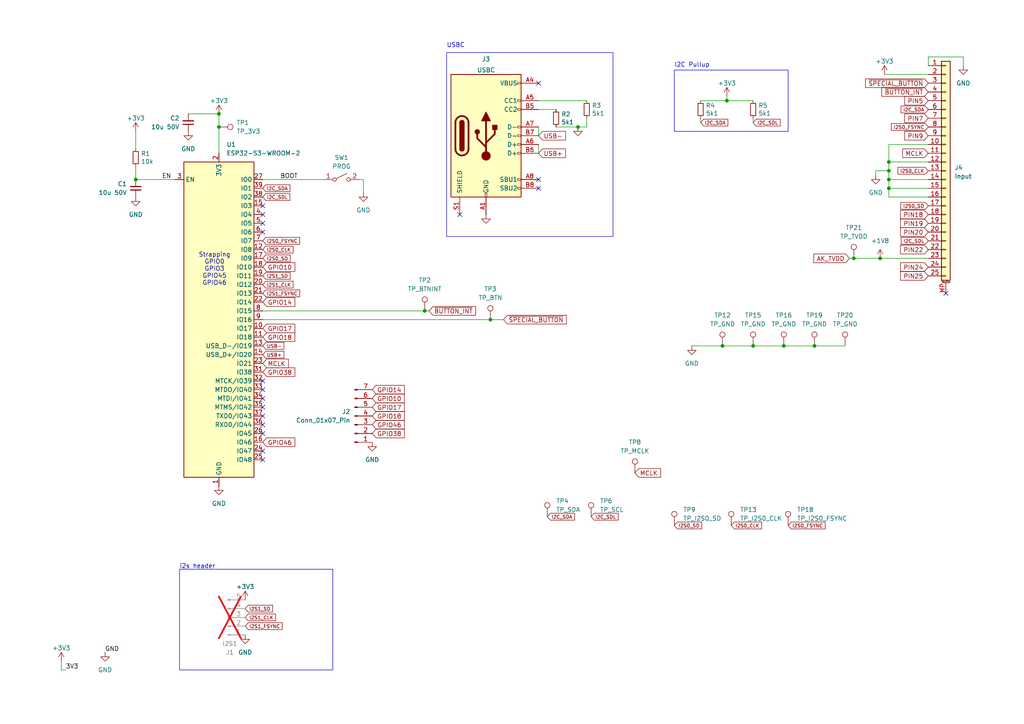
<source format=kicad_sch>
(kicad_sch (version 20231120) (generator "eeschema") (generator_version "8.0")
  (paper "A4")
  (lib_symbols
    (symbol "Connector:Conn_01x05_Pin" (pin_names (offset 1.016) hide)
      (property "Reference" "J" (at 0 7.62 0))
      (property "Value" "Conn_01x05_Pin" (at 0 -7.62 0))
      (symbol "Conn_01x05_Pin_1_1"
        (polyline (pts (xy 1.27 -5.08) (xy 0.8636 -5.08)) (stroke (width 0.1524)))
        (polyline (pts (xy 1.27 -2.54) (xy 0.8636 -2.54)) (stroke (width 0.1524)))
        (polyline (pts (xy 1.27 0) (xy 0.8636 0)) (stroke (width 0.1524)))
        (polyline (pts (xy 1.27 2.54) (xy 0.8636 2.54)) (stroke (width 0.1524)))
        (polyline (pts (xy 1.27 5.08) (xy 0.8636 5.08)) (stroke (width 0.1524)))
        (rectangle (start 0.8636 -4.953) (end 0 -5.207) (stroke (width 0.1524)) (fill (type outline)))
        (rectangle (start 0.8636 -2.413) (end 0 -2.667) (stroke (width 0.1524)) (fill (type outline)))
        (rectangle (start 0.8636 0.127) (end 0 -0.127) (stroke (width 0.1524)) (fill (type outline)))
        (rectangle (start 0.8636 2.667) (end 0 2.413) (stroke (width 0.1524)) (fill (type outline)))
        (rectangle (start 0.8636 5.207) (end 0 4.953) (stroke (width 0.1524)) (fill (type outline)))
        (pin passive line (at 5.08 5.08 180) (length 3.81) (name "Pin_1") (number "1"))
        (pin passive line (at 5.08 2.54 180) (length 3.81) (name "Pin_2") (number "2"))
        (pin passive line (at 5.08 0 180) (length 3.81) (name "Pin_3") (number "3"))
        (pin passive line (at 5.08 -2.54 180) (length 3.81) (name "Pin_4") (number "4"))
        (pin passive line (at 5.08 -5.08 180) (length 3.81) (name "Pin_5") (number "5"))
      )
    )
    (symbol "Connector:Conn_01x07_Pin" (pin_names (offset 1.016) hide)
      (property "Reference" "J" (at 0 10.16 0))
      (property "Value" "Conn_01x07_Pin" (at 0 -10.16 0))
      (symbol "Conn_01x07_Pin_1_1"
        (polyline (pts (xy 1.27 -7.62) (xy 0.8636 -7.62)) (stroke (width 0.1524)))
        (polyline (pts (xy 1.27 -5.08) (xy 0.8636 -5.08)) (stroke (width 0.1524)))
        (polyline (pts (xy 1.27 -2.54) (xy 0.8636 -2.54)) (stroke (width 0.1524)))
        (polyline (pts (xy 1.27 0) (xy 0.8636 0)) (stroke (width 0.1524)))
        (polyline (pts (xy 1.27 2.54) (xy 0.8636 2.54)) (stroke (width 0.1524)))
        (polyline (pts (xy 1.27 5.08) (xy 0.8636 5.08)) (stroke (width 0.1524)))
        (polyline (pts (xy 1.27 7.62) (xy 0.8636 7.62)) (stroke (width 0.1524)))
        (rectangle (start 0.8636 -7.493) (end 0 -7.747) (stroke (width 0.1524)) (fill (type outline)))
        (rectangle (start 0.8636 -4.953) (end 0 -5.207) (stroke (width 0.1524)) (fill (type outline)))
        (rectangle (start 0.8636 -2.413) (end 0 -2.667) (stroke (width 0.1524)) (fill (type outline)))
        (rectangle (start 0.8636 0.127) (end 0 -0.127) (stroke (width 0.1524)) (fill (type outline)))
        (rectangle (start 0.8636 2.667) (end 0 2.413) (stroke (width 0.1524)) (fill (type outline)))
        (rectangle (start 0.8636 5.207) (end 0 4.953) (stroke (width 0.1524)) (fill (type outline)))
        (rectangle (start 0.8636 7.747) (end 0 7.493) (stroke (width 0.1524)) (fill (type outline)))
        (pin passive line (at 5.08 7.62 180) (length 3.81) (name "Pin_1") (number "1"))
        (pin passive line (at 5.08 5.08 180) (length 3.81) (name "Pin_2") (number "2"))
        (pin passive line (at 5.08 2.54 180) (length 3.81) (name "Pin_3") (number "3"))
        (pin passive line (at 5.08 0 180) (length 3.81) (name "Pin_4") (number "4"))
        (pin passive line (at 5.08 -2.54 180) (length 3.81) (name "Pin_5") (number "5"))
        (pin passive line (at 5.08 -5.08 180) (length 3.81) (name "Pin_6") (number "6"))
        (pin passive line (at 5.08 -7.62 180) (length 3.81) (name "Pin_7") (number "7"))
      )
    )
    (symbol "Connector:TestPoint" (pin_numbers hide) (pin_names (offset 0.762) hide)
      (property "Reference" "TP" (at 0 6.858 0))
      (property "Value" "TestPoint" (at 0 5.08 0))
      (symbol "TestPoint_0_1"
        (circle (center 0 3.302) (radius 0.762))
      )
      (symbol "TestPoint_1_1"
        (pin passive line (at 0 0 90) (length 2.54) (name "1") (number "1"))
      )
    )
    (symbol "Connector:USB_C_Receptacle_USB2.0" (pin_names (offset 1.016))
      (property "Reference" "J" (at -10.16 19.05 0))
      (property "Value" "USB_C_Receptacle_USB2.0" (at 19.05 19.05 0))
      (symbol "USB_C_Receptacle_USB2.0_0_0"
        (rectangle (start -0.254 -17.78) (end 0.254 -16.764))
        (rectangle (start 10.16 -14.986) (end 9.144 -15.494))
        (rectangle (start 10.16 -12.446) (end 9.144 -12.954))
        (rectangle (start 10.16 -4.826) (end 9.144 -5.334))
        (rectangle (start 10.16 -2.286) (end 9.144 -2.794))
        (rectangle (start 10.16 0.254) (end 9.144 -0.254))
        (rectangle (start 10.16 2.794) (end 9.144 2.286))
        (rectangle (start 10.16 7.874) (end 9.144 7.366))
        (rectangle (start 10.16 10.414) (end 9.144 9.906))
        (rectangle (start 10.16 15.494) (end 9.144 14.986))
      )
      (symbol "USB_C_Receptacle_USB2.0_0_1"
        (rectangle (start -10.16 17.78) (end 10.16 -17.78) (stroke (width 0.254)) (fill (type background)))
        (arc (start -8.89 -3.81) (mid -6.985 -5.7067) (end -5.08 -3.81) (stroke (width 0.508)))
        (arc (start -7.62 -3.81) (mid -6.985 -4.4423) (end -6.35 -3.81) (stroke (width 0.254)))
        (arc (start -7.62 -3.81) (mid -6.985 -4.4423) (end -6.35 -3.81) (stroke (width 0.254)) (fill (type outline)))
        (rectangle (start -7.62 -3.81) (end -6.35 3.81) (stroke (width 0.254)) (fill (type outline)))
        (arc (start -6.35 3.81) (mid -6.985 4.4423) (end -7.62 3.81) (stroke (width 0.254)))
        (arc (start -6.35 3.81) (mid -6.985 4.4423) (end -7.62 3.81) (stroke (width 0.254)) (fill (type outline)))
        (arc (start -5.08 3.81) (mid -6.985 5.7067) (end -8.89 3.81) (stroke (width 0.508)))
        (circle (center -2.54 1.143) (radius 0.635) (stroke (width 0.254)) (fill (type outline)))
        (circle (center 0 -5.842) (radius 1.27) (fill (type outline)))
        (polyline (pts (xy -8.89 -3.81) (xy -8.89 3.81)) (stroke (width 0.508)))
        (polyline (pts (xy -5.08 3.81) (xy -5.08 -3.81)) (stroke (width 0.508)))
        (polyline (pts (xy 0 -5.842) (xy 0 4.318)) (stroke (width 0.508)))
        (polyline (pts (xy 0 -3.302) (xy -2.54 -0.762) (xy -2.54 0.508)) (stroke (width 0.508)))
        (polyline (pts (xy 0 -2.032) (xy 2.54 0.508) (xy 2.54 1.778)) (stroke (width 0.508)))
        (polyline (pts (xy -1.27 4.318) (xy 0 6.858) (xy 1.27 4.318) (xy -1.27 4.318)) (stroke (width 0.254)) (fill (type outline)))
        (rectangle (start 1.905 1.778) (end 3.175 3.048) (stroke (width 0.254)) (fill (type outline)))
      )
      (symbol "USB_C_Receptacle_USB2.0_1_1"
        (pin passive line (at 0 -22.86 90) (length 5.08) (name "GND") (number "A1"))
        (pin passive line (at 0 -22.86 90) (length 5.08) hide (name "GND") (number "A12"))
        (pin passive line (at 15.24 15.24 180) (length 5.08) (name "VBUS") (number "A4"))
        (pin bidirectional line (at 15.24 10.16 180) (length 5.08) (name "CC1") (number "A5"))
        (pin bidirectional line (at 15.24 -2.54 180) (length 5.08) (name "D+") (number "A6"))
        (pin bidirectional line (at 15.24 2.54 180) (length 5.08) (name "D-") (number "A7"))
        (pin bidirectional line (at 15.24 -12.7 180) (length 5.08) (name "SBU1") (number "A8"))
        (pin passive line (at 15.24 15.24 180) (length 5.08) hide (name "VBUS") (number "A9"))
        (pin passive line (at 0 -22.86 90) (length 5.08) hide (name "GND") (number "B1"))
        (pin passive line (at 0 -22.86 90) (length 5.08) hide (name "GND") (number "B12"))
        (pin passive line (at 15.24 15.24 180) (length 5.08) hide (name "VBUS") (number "B4"))
        (pin bidirectional line (at 15.24 7.62 180) (length 5.08) (name "CC2") (number "B5"))
        (pin bidirectional line (at 15.24 -5.08 180) (length 5.08) (name "D+") (number "B6"))
        (pin bidirectional line (at 15.24 0 180) (length 5.08) (name "D-") (number "B7"))
        (pin bidirectional line (at 15.24 -15.24 180) (length 5.08) (name "SBU2") (number "B8"))
        (pin passive line (at 15.24 15.24 180) (length 5.08) hide (name "VBUS") (number "B9"))
        (pin passive line (at -7.62 -22.86 90) (length 5.08) (name "SHIELD") (number "S1"))
      )
    )
    (symbol "Connector_Generic_MountingPin:Conn_01x25_MountingPin" (pin_names (offset 1.016) hide)
      (property "Reference" "J" (at 0 33.02 0))
      (property "Value" "Conn_01x25_MountingPin" (at 1.27 -33.02 0))
      (symbol "Conn_01x25_MountingPin_1_1"
        (rectangle (start -1.27 -30.353) (end 0 -30.607) (stroke (width 0.1524)))
        (rectangle (start -1.27 -27.813) (end 0 -28.067) (stroke (width 0.1524)))
        (rectangle (start -1.27 -25.273) (end 0 -25.527) (stroke (width 0.1524)))
        (rectangle (start -1.27 -22.733) (end 0 -22.987) (stroke (width 0.1524)))
        (rectangle (start -1.27 -20.193) (end 0 -20.447) (stroke (width 0.1524)))
        (rectangle (start -1.27 -17.653) (end 0 -17.907) (stroke (width 0.1524)))
        (rectangle (start -1.27 -15.113) (end 0 -15.367) (stroke (width 0.1524)))
        (rectangle (start -1.27 -12.573) (end 0 -12.827) (stroke (width 0.1524)))
        (rectangle (start -1.27 -10.033) (end 0 -10.287) (stroke (width 0.1524)))
        (rectangle (start -1.27 -7.493) (end 0 -7.747) (stroke (width 0.1524)))
        (rectangle (start -1.27 -4.953) (end 0 -5.207) (stroke (width 0.1524)))
        (rectangle (start -1.27 -2.413) (end 0 -2.667) (stroke (width 0.1524)))
        (rectangle (start -1.27 0.127) (end 0 -0.127) (stroke (width 0.1524)))
        (rectangle (start -1.27 2.667) (end 0 2.413) (stroke (width 0.1524)))
        (rectangle (start -1.27 5.207) (end 0 4.953) (stroke (width 0.1524)))
        (rectangle (start -1.27 7.747) (end 0 7.493) (stroke (width 0.1524)))
        (rectangle (start -1.27 10.287) (end 0 10.033) (stroke (width 0.1524)))
        (rectangle (start -1.27 12.827) (end 0 12.573) (stroke (width 0.1524)))
        (rectangle (start -1.27 15.367) (end 0 15.113) (stroke (width 0.1524)))
        (rectangle (start -1.27 17.907) (end 0 17.653) (stroke (width 0.1524)))
        (rectangle (start -1.27 20.447) (end 0 20.193) (stroke (width 0.1524)))
        (rectangle (start -1.27 22.987) (end 0 22.733) (stroke (width 0.1524)))
        (rectangle (start -1.27 25.527) (end 0 25.273) (stroke (width 0.1524)))
        (rectangle (start -1.27 28.067) (end 0 27.813) (stroke (width 0.1524)))
        (rectangle (start -1.27 30.607) (end 0 30.353) (stroke (width 0.1524)))
        (rectangle (start -1.27 31.75) (end 1.27 -31.75) (stroke (width 0.254)) (fill (type background)))
        (polyline (pts (xy -1.016 -32.512) (xy 1.016 -32.512)) (stroke (width 0.1524)))
        (text "Mounting" (at 0 -32.131 0) (effects (font (size 0.381 0.381))))
        (pin passive line (at -5.08 30.48 0) (length 3.81) (name "Pin_1") (number "1"))
        (pin passive line (at -5.08 7.62 0) (length 3.81) (name "Pin_10") (number "10"))
        (pin passive line (at -5.08 5.08 0) (length 3.81) (name "Pin_11") (number "11"))
        (pin passive line (at -5.08 2.54 0) (length 3.81) (name "Pin_12") (number "12"))
        (pin passive line (at -5.08 0 0) (length 3.81) (name "Pin_13") (number "13"))
        (pin passive line (at -5.08 -2.54 0) (length 3.81) (name "Pin_14") (number "14"))
        (pin passive line (at -5.08 -5.08 0) (length 3.81) (name "Pin_15") (number "15"))
        (pin passive line (at -5.08 -7.62 0) (length 3.81) (name "Pin_16") (number "16"))
        (pin passive line (at -5.08 -10.16 0) (length 3.81) (name "Pin_17") (number "17"))
        (pin passive line (at -5.08 -12.7 0) (length 3.81) (name "Pin_18") (number "18"))
        (pin passive line (at -5.08 -15.24 0) (length 3.81) (name "Pin_19") (number "19"))
        (pin passive line (at -5.08 27.94 0) (length 3.81) (name "Pin_2") (number "2"))
        (pin passive line (at -5.08 -17.78 0) (length 3.81) (name "Pin_20") (number "20"))
        (pin passive line (at -5.08 -20.32 0) (length 3.81) (name "Pin_21") (number "21"))
        (pin passive line (at -5.08 -22.86 0) (length 3.81) (name "Pin_22") (number "22"))
        (pin passive line (at -5.08 -25.4 0) (length 3.81) (name "Pin_23") (number "23"))
        (pin passive line (at -5.08 -27.94 0) (length 3.81) (name "Pin_24") (number "24"))
        (pin passive line (at -5.08 -30.48 0) (length 3.81) (name "Pin_25") (number "25"))
        (pin passive line (at -5.08 25.4 0) (length 3.81) (name "Pin_3") (number "3"))
        (pin passive line (at -5.08 22.86 0) (length 3.81) (name "Pin_4") (number "4"))
        (pin passive line (at -5.08 20.32 0) (length 3.81) (name "Pin_5") (number "5"))
        (pin passive line (at -5.08 17.78 0) (length 3.81) (name "Pin_6") (number "6"))
        (pin passive line (at -5.08 15.24 0) (length 3.81) (name "Pin_7") (number "7"))
        (pin passive line (at -5.08 12.7 0) (length 3.81) (name "Pin_8") (number "8"))
        (pin passive line (at -5.08 10.16 0) (length 3.81) (name "Pin_9") (number "9"))
        (pin passive line (at 0 -35.56 90) (length 3.048) (name "MountPin") (number "MP"))
      )
    )
    (symbol "Device:C_Small" (pin_numbers hide) (pin_names (offset 0.254) hide)
      (property "Reference" "C" (at 0.254 1.778 0))
      (property "Value" "C_Small" (at 0.254 -2.032 0))
      (symbol "C_Small_0_1"
        (polyline (pts (xy -1.524 -0.508) (xy 1.524 -0.508)) (stroke (width 0.3302)))
        (polyline (pts (xy -1.524 0.508) (xy 1.524 0.508)) (stroke (width 0.3048)))
      )
      (symbol "C_Small_1_1"
        (pin passive line (at 0 2.54 270) (length 2.032) (name "~") (number "1"))
        (pin passive line (at 0 -2.54 90) (length 2.032) (name "~") (number "2"))
      )
    )
    (symbol "Device:R_Small" (pin_numbers hide) (pin_names (offset 0.254) hide)
      (property "Reference" "R" (at 0.762 0.508 0))
      (property "Value" "R_Small" (at 0.762 -1.016 0))
      (symbol "R_Small_0_1"
        (rectangle (start -0.762 1.778) (end 0.762 -1.778) (stroke (width 0.2032)))
      )
      (symbol "R_Small_1_1"
        (pin passive line (at 0 2.54 270) (length 0.762) (name "~") (number "1"))
        (pin passive line (at 0 -2.54 90) (length 0.762) (name "~") (number "2"))
      )
    )
    (symbol "GND_1" (power) (pin_names (offset 0))
      (property "Value" "GND_1" (at 0 -3.81 0))
      (symbol "GND_1_0_1"
        (polyline (pts (xy 0 0) (xy 0 -1.27) (xy 1.27 -1.27) (xy 0 -2.54) (xy -1.27 -1.27) (xy 0 -1.27)))
      )
      (symbol "GND_1_1_1"
        (pin power_in line (at 0 0 270) (length 0) hide (name "GND") (number "1"))
      )
    )
    (symbol "RF_Module:ESP32-S3-WROOM-2"
      (property "Reference" "U" (at -10.16 45.72 0))
      (property "Value" "ESP32-S3-WROOM-2" (at 2.54 45.72 0))
      (symbol "ESP32-S3-WROOM-2_0_1"
        (rectangle (start -10.16 45.72) (end 10.16 -45.72) (stroke (width 0.254)) (fill (type background)))
      )
      (symbol "ESP32-S3-WROOM-2_1_1"
        (pin power_in line (at 0 -48.26 90) (length 2.54) (name "GND") (number "1"))
        (pin bidirectional line (at 12.7 -2.54 180) (length 2.54) (name "IO17") (number "10"))
        (pin bidirectional line (at 12.7 -5.08 180) (length 2.54) (name "IO18") (number "11"))
        (pin bidirectional line (at 12.7 20.32 180) (length 2.54) (name "IO8") (number "12"))
        (pin bidirectional line (at 12.7 -7.62 180) (length 2.54) (name "USB_D-/IO19") (number "13"))
        (pin bidirectional line (at 12.7 -10.16 180) (length 2.54) (name "USB_D+/IO20") (number "14"))
        (pin bidirectional line (at 12.7 33.02 180) (length 2.54) (name "IO3") (number "15"))
        (pin bidirectional line (at 12.7 -35.56 180) (length 2.54) (name "IO46") (number "16"))
        (pin bidirectional line (at 12.7 17.78 180) (length 2.54) (name "IO9") (number "17"))
        (pin bidirectional line (at 12.7 15.24 180) (length 2.54) (name "IO10") (number "18"))
        (pin bidirectional line (at 12.7 12.7 180) (length 2.54) (name "IO11") (number "19"))
        (pin power_in line (at 0 48.26 270) (length 2.54) (name "3V3") (number "2"))
        (pin bidirectional line (at 12.7 10.16 180) (length 2.54) (name "IO12") (number "20"))
        (pin bidirectional line (at 12.7 7.62 180) (length 2.54) (name "IO13") (number "21"))
        (pin bidirectional line (at 12.7 5.08 180) (length 2.54) (name "IO14") (number "22"))
        (pin bidirectional line (at 12.7 -12.7 180) (length 2.54) (name "IO21") (number "23"))
        (pin bidirectional line (at 12.7 -38.1 180) (length 2.54) (name "IO47") (number "24"))
        (pin bidirectional line (at 12.7 -40.64 180) (length 2.54) (name "IO48") (number "25"))
        (pin bidirectional line (at 12.7 -33.02 180) (length 2.54) (name "IO45") (number "26"))
        (pin bidirectional line (at 12.7 40.64 180) (length 2.54) (name "IO0") (number "27"))
        (pin no_connect line (at -10.16 -35.56 0) (length 2.54) hide (name "NC") (number "28"))
        (pin no_connect line (at -10.16 -38.1 0) (length 2.54) hide (name "NC") (number "29"))
        (pin input line (at -12.7 40.64 0) (length 2.54) (name "EN") (number "3"))
        (pin no_connect line (at -10.16 -40.64 0) (length 2.54) hide (name "NC") (number "30"))
        (pin bidirectional line (at 12.7 -15.24 180) (length 2.54) (name "IO38") (number "31"))
        (pin bidirectional line (at 12.7 -17.78 180) (length 2.54) (name "MTCK/IO39") (number "32"))
        (pin bidirectional line (at 12.7 -20.32 180) (length 2.54) (name "MTDO/IO40") (number "33"))
        (pin bidirectional line (at 12.7 -22.86 180) (length 2.54) (name "MTDI/IO41") (number "34"))
        (pin bidirectional line (at 12.7 -25.4 180) (length 2.54) (name "MTMS/IO42") (number "35"))
        (pin bidirectional line (at 12.7 -30.48 180) (length 2.54) (name "RXD0/IO44") (number "36"))
        (pin bidirectional line (at 12.7 -27.94 180) (length 2.54) (name "TXD0/IO43") (number "37"))
        (pin bidirectional line (at 12.7 35.56 180) (length 2.54) (name "IO2") (number "38"))
        (pin bidirectional line (at 12.7 38.1 180) (length 2.54) (name "IO1") (number "39"))
        (pin bidirectional line (at 12.7 30.48 180) (length 2.54) (name "IO4") (number "4"))
        (pin passive line (at 0 -48.26 90) (length 2.54) hide (name "GND") (number "40"))
        (pin passive line (at 0 -48.26 90) (length 2.54) hide (name "GND") (number "41"))
        (pin bidirectional line (at 12.7 27.94 180) (length 2.54) (name "IO5") (number "5"))
        (pin bidirectional line (at 12.7 25.4 180) (length 2.54) (name "IO6") (number "6"))
        (pin bidirectional line (at 12.7 22.86 180) (length 2.54) (name "IO7") (number "7"))
        (pin bidirectional line (at 12.7 2.54 180) (length 2.54) (name "IO15") (number "8"))
        (pin bidirectional line (at 12.7 0 180) (length 2.54) (name "IO16") (number "9"))
      )
    )
    (symbol "Switch:SW_SPST" (pin_names (offset 0) hide)
      (property "Reference" "SW" (at 0 3.175 0))
      (property "Value" "SW_SPST" (at 0 -2.54 0))
      (symbol "SW_SPST_0_0"
        (circle (center -2.032 0) (radius 0.508))
        (polyline (pts (xy -1.524 0.254) (xy 1.524 1.778)))
        (circle (center 2.032 0) (radius 0.508))
      )
      (symbol "SW_SPST_1_1"
        (pin passive line (at -5.08 0 0) (length 2.54) (name "A") (number "1"))
        (pin passive line (at 5.08 0 180) (length 2.54) (name "B") (number "2"))
      )
    )
    (symbol "power:+1V8" (power) (pin_numbers hide) (pin_names (offset 0) hide)
      (property "Value" "+1V8" (at 0 3.556 0))
      (symbol "+1V8_0_1"
        (polyline (pts (xy -0.762 1.27) (xy 0 2.54)))
        (polyline (pts (xy 0 0) (xy 0 2.54)))
        (polyline (pts (xy 0 2.54) (xy 0.762 1.27)))
      )
      (symbol "+1V8_1_1"
        (pin power_in line (at 0 0 90) (length 0) (name "~") (number "1"))
      )
    )
    (symbol "power:+3V3" (power) (pin_names (offset 0))
      (property "Value" "+3V3" (at 0 3.556 0))
      (symbol "+3V3_0_1"
        (polyline (pts (xy -0.762 1.27) (xy 0 2.54)))
        (polyline (pts (xy 0 0) (xy 0 2.54)))
        (polyline (pts (xy 0 2.54) (xy 0.762 1.27)))
      )
      (symbol "+3V3_1_1"
        (pin power_in line (at 0 0 90) (length 0) hide (name "+3V3") (number "1"))
      )
    )
    (symbol "power:GND" (power) (pin_numbers hide) (pin_names (offset 0) hide)
      (property "Value" "GND" (at 0 -3.81 0))
      (symbol "GND_0_1"
        (polyline (pts (xy 0 0) (xy 0 -1.27) (xy 1.27 -1.27) (xy 0 -2.54) (xy -1.27 -1.27) (xy 0 -1.27)))
      )
      (symbol "GND_1_1"
        (pin power_in line (at 0 0 270) (length 0) (name "~") (number "1"))
      )
    )
  )
  (junction (at 210.82 29.21))
  (junction (at 257.81 46.99))
  (junction (at 218.44 100.33))
  (junction (at 39.37 52.07))
  (junction (at 63.5 36.83))
  (junction (at 167.64 36.83))
  (junction (at 63.5 33.02))
  (junction (at 236.22 100.33))
  (junction (at 227.33 100.33))
  (junction (at 142.24 92.71))
  (junction (at 257.81 54.61))
  (junction (at 257.81 52.07))
  (junction (at 123.19 90.17))
  (junction (at 257.81 49.53))
  (junction (at 247.65 74.93))
  (junction (at 255.27 74.93))
  (junction (at 209.55 100.33))
  (no_connect (at 274.32 85.09))
  (no_connect (at 76.2 110.49))
  (no_connect (at 76.2 67.31))
  (no_connect (at 76.2 118.11))
  (no_connect (at 76.2 133.35))
  (no_connect (at 76.2 120.65))
  (no_connect (at 76.2 59.69))
  (no_connect (at 156.21 24.13))
  (no_connect (at 133.35 62.23))
  (no_connect (at 76.2 123.19))
  (no_connect (at 156.21 52.07))
  (no_connect (at 76.2 130.81))
  (no_connect (at 76.2 62.23))
  (no_connect (at 76.2 115.57))
  (no_connect (at 76.2 64.77))
  (no_connect (at 156.21 54.61))
  (no_connect (at 76.2 113.03))
  (no_connect (at 76.2 125.73))
  (wire (pts (xy 218.44 29.21) (xy 210.82 29.21)))
  (wire (pts (xy 167.64 36.83) (xy 170.18 36.83)))
  (wire (pts (xy 156.21 31.75) (xy 161.29 31.75)))
  (wire (pts (xy 257.81 52.07) (xy 257.81 54.61)))
  (wire (pts (xy 279.4 16.51) (xy 279.4 19.05)))
  (wire (pts (xy 209.55 100.33) (xy 218.44 100.33)))
  (wire (pts (xy 257.81 54.61) (xy 269.24 54.61)))
  (wire (pts (xy 161.29 36.83) (xy 167.64 36.83)))
  (wire (pts (xy 39.37 52.07) (xy 50.8 52.07)))
  (wire (pts (xy 257.81 41.91) (xy 257.81 46.99)))
  (wire (pts (xy 146.05 92.71) (xy 142.24 92.71)))
  (wire (pts (xy 218.44 100.33) (xy 227.33 100.33)))
  (wire (pts (xy 17.78 191.77) (xy 17.78 194.31)))
  (wire (pts (xy 257.81 57.15) (xy 269.24 57.15)))
  (wire (pts (xy 257.81 46.99) (xy 269.24 46.99)))
  (wire (pts (xy 63.5 36.83) (xy 63.5 44.45)))
  (wire (pts (xy 247.65 74.93) (xy 255.27 74.93)))
  (wire (pts (xy 218.44 35.56) (xy 218.44 34.29)))
  (wire (pts (xy 104.14 52.07) (xy 105.41 52.07)))
  (wire (pts (xy 105.41 52.07) (xy 105.41 55.88)))
  (wire (pts (xy 256.54 21.59) (xy 269.24 21.59)))
  (wire (pts (xy 210.82 29.21) (xy 210.82 27.94)))
  (wire (pts (xy 39.37 48.26) (xy 39.37 52.07)))
  (wire (pts (xy 156.21 29.21) (xy 170.18 29.21)))
  (wire (pts (xy 63.5 33.02) (xy 54.61 33.02)))
  (wire (pts (xy 124.46 90.17) (xy 123.19 90.17)))
  (wire (pts (xy 269.24 16.51) (xy 279.4 16.51)))
  (wire (pts (xy 246.38 74.93) (xy 247.65 74.93)))
  (wire (pts (xy 257.81 49.53) (xy 257.81 52.07)))
  (wire (pts (xy 254 49.53) (xy 257.81 49.53)))
  (wire (pts (xy 236.22 100.33) (xy 245.11 100.33)))
  (wire (pts (xy 257.81 46.99) (xy 257.81 49.53)))
  (wire (pts (xy 255.27 74.93) (xy 269.24 74.93)))
  (wire (pts (xy 156.21 36.83) (xy 156.21 39.37)))
  (wire (pts (xy 203.2 35.56) (xy 203.2 34.29)))
  (wire (pts (xy 257.81 54.61) (xy 257.81 57.15)))
  (wire (pts (xy 203.2 29.21) (xy 210.82 29.21)))
  (wire (pts (xy 170.18 36.83) (xy 170.18 34.29)))
  (wire (pts (xy 76.2 92.71) (xy 142.24 92.71)))
  (wire (pts (xy 257.81 52.07) (xy 269.24 52.07)))
  (wire (pts (xy 200.66 100.33) (xy 209.55 100.33)))
  (wire (pts (xy 156.21 41.91) (xy 156.21 44.45)))
  (wire (pts (xy 76.2 90.17) (xy 123.19 90.17)))
  (wire (pts (xy 17.78 194.31) (xy 19.05 194.31)))
  (wire (pts (xy 63.5 33.02) (xy 63.5 36.83)))
  (wire (pts (xy 269.24 19.05) (xy 269.24 16.51)))
  (wire (pts (xy 39.37 38.1) (xy 39.37 43.18)))
  (wire (pts (xy 76.2 52.07) (xy 93.98 52.07)))
  (wire (pts (xy 227.33 100.33) (xy 236.22 100.33)))
  (wire (pts (xy 254 50.8) (xy 254 49.53)))
  (wire (pts (xy 269.24 41.91) (xy 257.81 41.91)))
  (rectangle (start 129.54 15.24) (end 177.8 68.58))
  (rectangle (start 195.58 20.32) (end 228.6 38.1))
  (rectangle (start 52.07 165.1) (end 96.52 194.31))
  (text "Strapping\nGPIO0\nGPIO3\nGPIO45\nGPIO46" (at 62.23 78.105 0) (effects (font (size 1.27 1.27))))
  (text "i2s header" (at 52.07 165.1 0) (effects (font (size 1.27 1.27)) (justify left bottom)))
  (text "USBC" (at 129.54 13.97 0) (effects (font (size 1.27 1.27)) (justify left bottom)))
  (text "I2C Pullup" (at 195.58 19.685 0) (effects (font (size 1.27 1.27)) (justify left bottom)))
  (label "EN" (at 46.99 52.07 0))
  (label "GND" (at 30.48 189.23 0))
  (label "BOOT" (at 81.28 52.07 0))
  (label "3V3" (at 19.05 194.31 0))
  (global_label "I2S1_FSYNC" (shape input) (at 71.12 181.61 0) (effects (font (size 1 1))) (property "Intersheetrefs" "${INTERSHEET_REFS}" (effects (hide yes))))
  (global_label "AK_TVDD" (shape input) (at 246.38 74.93 180) (property "Intersheetrefs" "${INTERSHEET_REFS}" (effects (hide yes))))
  (global_label "MCLK" (shape input) (at 76.2 105.41 0) (property "Intersheetrefs" "${INTERSHEET_REFS}" (effects (hide yes))))
  (global_label "USB+" (shape input) (at 156.21 44.45 0) (property "Intersheetrefs" "${INTERSHEET_REFS}" (effects (hide yes))))
  (global_label "PIN9" (shape input) (at 269.24 39.37 180) (property "Intersheetrefs" "${INTERSHEET_REFS}" (effects (hide yes))))
  (global_label "GPIO17" (shape input) (at 107.95 118.11 0) (property "Intersheetrefs" "${INTERSHEET_REFS}" (effects (hide yes))))
  (global_label "I2S0_FSYNC" (shape input) (at 228.6 152.4 0) (effects (font (size 1 1))) (property "Intersheetrefs" "${INTERSHEET_REFS}" (effects (hide yes))))
  (global_label "USB-" (shape input) (at 76.2 100.33 0) (effects (font (size 1 1))) (property "Intersheetrefs" "${INTERSHEET_REFS}" (effects (hide yes))))
  (global_label "GPIO14" (shape input) (at 76.2 87.63 0) (property "Intersheetrefs" "${INTERSHEET_REFS}" (effects (hide yes))))
  (global_label "I2S0_SD" (shape input) (at 269.24 59.69 180) (effects (font (size 1 1))) (property "Intersheetrefs" "${INTERSHEET_REFS}" (effects (hide yes))))
  (global_label "GPIO18" (shape input) (at 107.95 120.65 0) (property "Intersheetrefs" "${INTERSHEET_REFS}" (effects (hide yes))))
  (global_label "GPIO14" (shape input) (at 107.95 113.03 0) (property "Intersheetrefs" "${INTERSHEET_REFS}" (effects (hide yes))))
  (global_label "I2S0_CLK" (shape input) (at 76.2 72.39 0) (effects (font (size 1 1))) (property "Intersheetrefs" "${INTERSHEET_REFS}" (effects (hide yes))))
  (global_label "GPIO38" (shape input) (at 107.95 125.73 0) (property "Intersheetrefs" "${INTERSHEET_REFS}" (effects (hide yes))))
  (global_label "GPIO38" (shape input) (at 76.2 107.95 0) (property "Intersheetrefs" "${INTERSHEET_REFS}" (effects (hide yes))))
  (global_label "PIN22" (shape input) (at 269.24 72.39 180) (property "Intersheetrefs" "${INTERSHEET_REFS}" (effects (hide yes))))
  (global_label "PIN25" (shape input) (at 269.24 80.01 180) (property "Intersheetrefs" "${INTERSHEET_REFS}" (effects (hide yes))))
  (global_label "I2S0_FSYNC" (shape input) (at 269.24 36.83 180) (effects (font (size 1 1))) (property "Intersheetrefs" "${INTERSHEET_REFS}" (effects (hide yes))))
  (global_label "GPIO17" (shape input) (at 76.2 95.25 0) (property "Intersheetrefs" "${INTERSHEET_REFS}" (effects (hide yes))))
  (global_label "PIN19" (shape input) (at 269.24 64.77 180) (property "Intersheetrefs" "${INTERSHEET_REFS}" (effects (hide yes))))
  (global_label "PIN18" (shape input) (at 269.24 62.23 180) (property "Intersheetrefs" "${INTERSHEET_REFS}" (effects (hide yes))))
  (global_label "I2C_SDA" (shape input) (at 269.24 31.75 180) (effects (font (size 1 1))) (property "Intersheetrefs" "${INTERSHEET_REFS}" (effects (hide yes))))
  (global_label "I2S1_SD" (shape input) (at 76.2 80.01 0) (effects (font (size 1 1))) (property "Intersheetrefs" "${INTERSHEET_REFS}" (effects (hide yes))))
  (global_label "PIN20" (shape input) (at 269.24 67.31 180) (property "Intersheetrefs" "${INTERSHEET_REFS}" (effects (hide yes))))
  (global_label "GPIO46" (shape input) (at 76.2 128.27 0) (property "Intersheetrefs" "${INTERSHEET_REFS}" (effects (hide yes))))
  (global_label "~{BUTTON_INT}" (shape input) (at 269.24 26.67 180) (property "Intersheetrefs" "${INTERSHEET_REFS}" (effects (hide yes))))
  (global_label "I2S1_CLK" (shape input) (at 71.12 179.07 0) (effects (font (size 1 1))) (property "Intersheetrefs" "${INTERSHEET_REFS}" (effects (hide yes))))
  (global_label "PIN7" (shape input) (at 269.24 34.29 180) (property "Intersheetrefs" "${INTERSHEET_REFS}" (effects (hide yes))))
  (global_label "I2S0_CLK" (shape input) (at 212.09 152.4 0) (effects (font (size 1 1))) (property "Intersheetrefs" "${INTERSHEET_REFS}" (effects (hide yes))))
  (global_label "MCLK" (shape input) (at 184.15 137.16 0) (property "Intersheetrefs" "${INTERSHEET_REFS}" (effects (hide yes))))
  (global_label "I2S0_CLK" (shape input) (at 269.24 49.53 180) (effects (font (size 1 1))) (property "Intersheetrefs" "${INTERSHEET_REFS}" (effects (hide yes))))
  (global_label "GPIO18" (shape input) (at 76.2 97.79 0) (property "Intersheetrefs" "${INTERSHEET_REFS}" (effects (hide yes))))
  (global_label "GPIO10" (shape input) (at 107.95 115.57 0) (property "Intersheetrefs" "${INTERSHEET_REFS}" (effects (hide yes))))
  (global_label "~{SPECIAL_BUTTON}" (shape input) (at 146.05 92.71 0) (property "Intersheetrefs" "${INTERSHEET_REFS}" (effects (hide yes))))
  (global_label "~{SPECIAL_BUTTON}" (shape input) (at 269.24 24.13 180) (property "Intersheetrefs" "${INTERSHEET_REFS}" (effects (hide yes))))
  (global_label "PIN5" (shape input) (at 269.24 29.21 180) (property "Intersheetrefs" "${INTERSHEET_REFS}" (effects (hide yes))))
  (global_label "I2S0_SD" (shape input) (at 195.58 152.4 0) (effects (font (size 1 1))) (property "Intersheetrefs" "${INTERSHEET_REFS}" (effects (hide yes))))
  (global_label "I2C_SDA" (shape input) (at 203.2 35.56 0) (effects (font (size 1 1))) (property "Intersheetrefs" "${INTERSHEET_REFS}" (effects (hide yes))))
  (global_label "I2S0_FSYNC" (shape input) (at 76.2 69.85 0) (effects (font (size 1 1))) (property "Intersheetrefs" "${INTERSHEET_REFS}" (effects (hide yes))))
  (global_label "GPIO46" (shape input) (at 107.95 123.19 0) (property "Intersheetrefs" "${INTERSHEET_REFS}" (effects (hide yes))))
  (global_label "USB+" (shape input) (at 76.2 102.87 0) (effects (font (size 1 1))) (property "Intersheetrefs" "${INTERSHEET_REFS}" (effects (hide yes))))
  (global_label "I2C_SDA" (shape input) (at 158.75 149.86 0) (effects (font (size 1 1))) (property "Intersheetrefs" "${INTERSHEET_REFS}" (effects (hide yes))))
  (global_label "I2C_SDL" (shape input) (at 218.44 35.56 0) (effects (font (size 1 1))) (property "Intersheetrefs" "${INTERSHEET_REFS}" (effects (hide yes))))
  (global_label "I2S1_FSYNC" (shape input) (at 76.2 85.09 0) (effects (font (size 1 1))) (property "Intersheetrefs" "${INTERSHEET_REFS}" (effects (hide yes))))
  (global_label "I2S0_SD" (shape input) (at 76.2 74.93 0) (effects (font (size 1 1))) (property "Intersheetrefs" "${INTERSHEET_REFS}" (effects (hide yes))))
  (global_label "I2C_SDA" (shape input) (at 76.2 54.61 0) (effects (font (size 1 1))) (property "Intersheetrefs" "${INTERSHEET_REFS}" (effects (hide yes))))
  (global_label "I2C_SDL" (shape input) (at 269.24 69.85 180) (effects (font (size 1 1))) (property "Intersheetrefs" "${INTERSHEET_REFS}" (effects (hide yes))))
  (global_label "I2C_SDL" (shape input) (at 76.2 57.15 0) (effects (font (size 1 1))) (property "Intersheetrefs" "${INTERSHEET_REFS}" (effects (hide yes))))
  (global_label "GPIO10" (shape input) (at 76.2 77.47 0) (property "Intersheetrefs" "${INTERSHEET_REFS}" (effects (hide yes))))
  (global_label "I2S1_CLK" (shape input) (at 76.2 82.55 0) (effects (font (size 1 1))) (property "Intersheetrefs" "${INTERSHEET_REFS}" (effects (hide yes))))
  (global_label "I2S1_SD" (shape input) (at 71.12 176.53 0) (effects (font (size 1 1))) (property "Intersheetrefs" "${INTERSHEET_REFS}" (effects (hide yes))))
  (global_label "MCLK" (shape input) (at 269.24 44.45 180) (property "Intersheetrefs" "${INTERSHEET_REFS}" (effects (hide yes))))
  (global_label "~{BUTTON_INT}" (shape input) (at 124.46 90.17 0) (property "Intersheetrefs" "${INTERSHEET_REFS}" (effects (hide yes))))
  (global_label "PIN24" (shape input) (at 269.24 77.47 180) (property "Intersheetrefs" "${INTERSHEET_REFS}" (effects (hide yes))))
  (global_label "I2C_SDL" (shape input) (at 171.45 149.86 0) (effects (font (size 1 1))) (property "Intersheetrefs" "${INTERSHEET_REFS}" (effects (hide yes))))
  (global_label "USB-" (shape input) (at 156.21 39.37 0) (property "Intersheetrefs" "${INTERSHEET_REFS}" (effects (hide yes))))
  (symbol (lib_id "power:+3V3") (at 39.37 38.1 0) (unit 1)
    (property "Reference" "#PWR03" (effects (hide yes)))
    (property "Value" "+3V3" (at 39.37 34.29 0))
    (property "Description" "Power symbol creates a global label with name \"+3V3\"" (effects (hide yes)))
  )
  (symbol (lib_id "Connector:TestPoint") (at 209.55 100.33 0) (unit 1)
    (property "Reference" "TP12" (at 209.55 91.44 0))
    (property "Value" "TP_GND" (at 209.55 93.98 0))
    (property "Footprint" "TestPoint:TestPoint_Loop_D2.60mm_Drill1.6mm_Beaded" (effects (hide yes)))
  )
  (symbol (lib_id "Connector:TestPoint") (at 228.6 152.4 0) (unit 1)
    (property "Reference" "TP18" (at 231.14 147.8279 0) (effects (justify left)))
    (property "Value" "TP_I2S0_FSYNC" (at 231.14 150.3679 0) (effects (justify left)))
    (property "Footprint" "TestPoint:TestPoint_Loop_D2.60mm_Drill1.6mm_Beaded" (effects (hide yes)))
  )
  (symbol (lib_id "power:+1V8") (at 255.27 74.93 0) (unit 1)
    (property "Reference" "#PWR018" (effects (hide yes)))
    (property "Value" "+1V8" (at 255.27 69.85 0))
    (property "Description" "Power symbol creates a global label with name \"+1V8\"" (effects (hide yes)))
  )
  (symbol (lib_id "Device:R_Small") (at 39.37 45.72 0) (unit 1)
    (property "Reference" "R1" (at 40.8686 44.5516 0) (effects (justify left)))
    (property "Value" "10k" (at 40.8686 46.863 0) (effects (justify left)))
    (property "Footprint" "Resistor_SMD:R_0402_1005Metric" (effects (hide yes)))
    (property "LCSC" "C25744" (effects (hide yes)))
  )
  (symbol (lib_id "Connector:TestPoint") (at 236.22 100.33 0) (unit 1)
    (property "Reference" "TP19" (at 236.22 91.44 0))
    (property "Value" "TP_GND" (at 236.22 93.98 0))
    (property "Footprint" "TestPoint:TestPoint_Loop_D2.60mm_Drill1.6mm_Beaded" (effects (hide yes)))
  )
  (symbol (lib_id "Connector:TestPoint") (at 158.75 149.86 0) (unit 1)
    (property "Reference" "TP4" (at 161.29 145.2879 0) (effects (justify left)))
    (property "Value" "TP_SDA" (at 161.29 147.8279 0) (effects (justify left)))
    (property "Footprint" "TestPoint:TestPoint_Loop_D2.60mm_Drill1.6mm_Beaded" (effects (hide yes)))
  )
  (symbol (lib_name "GND_1") (lib_id "power:GND") (at 167.64 36.83 0) (unit 1)
    (property "Reference" "#PWR014" (effects (hide yes)))
    (property "Value" "GND" (effects (hide yes)))
  )
  (symbol (lib_id "Connector:TestPoint") (at 212.09 152.4 0) (unit 1)
    (property "Reference" "TP13" (at 214.63 147.8279 0) (effects (justify left)))
    (property "Value" "TP_I2S0_CLK" (at 214.63 150.3679 0) (effects (justify left)))
    (property "Footprint" "TestPoint:TestPoint_Loop_D2.60mm_Drill1.6mm_Beaded" (effects (hide yes)))
  )
  (symbol (lib_id "Device:C_Small") (at 39.37 54.61 0) (mirror x) (unit 1)
    (property "Reference" "C1" (at 36.83 53.3399 0) (effects (justify right)))
    (property "Value" "10u 50V" (at 36.83 55.8799 0) (effects (justify right)))
    (property "Footprint" "Capacitor_SMD:C_1206_3216Metric" (effects (hide yes)))
    (property "LCSC" "C13585" (effects (hide yes)))
  )
  (symbol (lib_name "GND_1") (lib_id "power:GND") (at 140.97 62.23 0) (unit 1)
    (property "Reference" "#PWR013" (effects (hide yes)))
    (property "Value" "GND" (effects (hide yes)))
  )
  (symbol (lib_id "Device:C_Small") (at 54.61 35.56 0) (mirror x) (unit 1)
    (property "Reference" "C2" (at 52.07 34.2899 0) (effects (justify right)))
    (property "Value" "10u 50V" (at 52.07 36.8299 0) (effects (justify right)))
    (property "Footprint" "Capacitor_SMD:C_1206_3216Metric" (effects (hide yes)))
    (property "LCSC" "C13585" (effects (hide yes)))
  )
  (symbol (lib_id "RF_Module:ESP32-S3-WROOM-2") (at 63.5 92.71 0) (unit 1)
    (property "Reference" "U1" (at 65.6941 41.91 0) (effects (justify left)))
    (property "Value" "ESP32-S3-WROOM-2" (at 65.6941 44.45 0) (effects (justify left)))
    (property "Footprint" "Espressif:ESP32-S3-WROOM-2" (effects (hide yes)))
    (property "Datasheet" "https://www.espressif.com/sites/default/files/documentation/esp32-s3-wroom-2_datasheet_en.pdf" (effects (hide yes)))
    (property "Description" "RF Module, 2.4 GHz, Wi­-Fi, Bluetooth, BLE, ESP32­-S3R8V" (effects (hide yes)))
  )
  (symbol (lib_id "power:+3V3") (at 63.5 33.02 0) (unit 1)
    (property "Reference" "#PWR06" (effects (hide yes)))
    (property "Value" "+3V3" (at 63.5 29.21 0))
    (property "Description" "Power symbol creates a global label with name \"+3V3\"" (effects (hide yes)))
  )
  (symbol (lib_id "Connector:Conn_01x07_Pin") (at 102.87 120.65 0) (mirror x) (unit 1)
    (property "Reference" "J2" (at 101.6 119.3799 0) (effects (justify right)))
    (property "Value" "Conn_01x07_Pin" (at 101.6 121.9199 0) (effects (justify right)))
    (property "Footprint" "Connector_PinHeader_2.54mm:PinHeader_1x07_P2.54mm_Vertical" (effects (hide yes)))
    (property "Description" "Generic connector, single row, 01x07, script generated" (effects (hide yes)))
  )
  (symbol (lib_id "power:+3V3") (at 210.82 27.94 0) (unit 1)
    (property "Reference" "#PWR01" (effects (hide yes)))
    (property "Value" "+3V3" (at 210.82 24.13 0))
    (property "Description" "Power symbol creates a global label with name \"+3V3\"" (effects (hide yes)))
  )
  (symbol (lib_id "Connector_Generic_MountingPin:Conn_01x25_MountingPin") (at 274.32 49.53 0) (unit 1)
    (property "Reference" "J4" (at 276.86 48.6155 0) (effects (justify left)))
    (property "Value" "Input" (at 276.86 51.1555 0) (effects (justify left)))
    (property "Footprint" "!esphome-dot:CONN_502598-2593_MOLEX" (effects (hide yes)))
    (property "Description" "Generic connectable mounting pin connector, single row, 01x25, script generated (kicad-library-utils/schlib/autogen/connector/)" (effects (hide yes)))
    (property "LCSC" "C3168400" (effects (hide yes)))
  )
  (symbol (lib_id "Connector:TestPoint") (at 227.33 100.33 0) (unit 1)
    (property "Reference" "TP16" (at 227.33 91.44 0))
    (property "Value" "TP_GND" (at 227.33 93.98 0))
    (property "Footprint" "TestPoint:TestPoint_Loop_D2.60mm_Drill1.6mm_Beaded" (effects (hide yes)))
  )
  (symbol (lib_id "Device:R_Small") (at 161.29 34.29 0) (unit 1)
    (property "Reference" "R2" (at 162.7886 33.1216 0) (effects (justify left)))
    (property "Value" "5k1" (at 162.7886 35.433 0) (effects (justify left)))
    (property "Footprint" "Resistor_SMD:R_0402_1005Metric" (effects (hide yes)))
    (property "LCSC" "C25905" (effects (hide yes)))
  )
  (symbol (lib_id "Connector:TestPoint") (at 142.24 92.71 0) (unit 1)
    (property "Reference" "TP3" (at 142.24 83.82 0))
    (property "Value" "TP_BTN" (at 142.24 86.36 0))
    (property "Footprint" "TestPoint:TestPoint_Loop_D2.60mm_Drill1.6mm_Beaded" (effects (hide yes)))
  )
  (symbol (lib_id "power:GND") (at 30.48 189.23 0) (unit 1)
    (property "Reference" "#PWR02" (effects (hide yes)))
    (property "Value" "GND" (at 30.48 194.31 0))
    (property "Description" "Power symbol creates a global label with name \"GND\" , ground" (effects (hide yes)))
  )
  (symbol (lib_id "power:GND") (at 71.12 184.15 0) (unit 1)
    (property "Reference" "#PWR09" (effects (hide yes)))
    (property "Value" "GND" (at 71.12 189.23 0))
    (property "Description" "Power symbol creates a global label with name \"GND\" , ground" (effects (hide yes)))
  )
  (symbol (lib_id "Connector:TestPoint") (at 218.44 100.33 0) (unit 1)
    (property "Reference" "TP15" (at 218.44 91.44 0))
    (property "Value" "TP_GND" (at 218.44 93.98 0))
    (property "Footprint" "TestPoint:TestPoint_Loop_D2.60mm_Drill1.6mm_Beaded" (effects (hide yes)))
  )
  (symbol (lib_id "power:GND") (at 63.5 140.97 0) (unit 1)
    (property "Reference" "#PWR07" (effects (hide yes)))
    (property "Value" "GND" (at 63.5 146.05 0))
    (property "Description" "Power symbol creates a global label with name \"GND\" , ground" (effects (hide yes)))
  )
  (symbol (lib_id "Connector:Conn_01x05_Pin") (at 66.04 179.07 0) (mirror x) (unit 1) (dnp yes)
    (property "Reference" "J1" (at 66.675 189.23 0))
    (property "Value" "I2S1" (at 66.675 186.69 0))
    (property "Footprint" "Connector_PinHeader_2.54mm:PinHeader_1x05_P2.54mm_Vertical" (effects (hide yes)))
    (property "Description" "Generic connector, single row, 01x05, script generated" (effects (hide yes)))
  )
  (symbol (lib_id "power:GND") (at 107.95 128.27 0) (unit 1)
    (property "Reference" "#PWR012" (effects (hide yes)))
    (property "Value" "GND" (at 107.95 133.35 0))
    (property "Description" "Power symbol creates a global label with name \"GND\" , ground" (effects (hide yes)))
  )
  (symbol (lib_id "Device:R_Small") (at 170.18 31.75 0) (unit 1)
    (property "Reference" "R3" (at 171.6786 30.5816 0) (effects (justify left)))
    (property "Value" "5k1" (at 171.6786 32.893 0) (effects (justify left)))
    (property "Footprint" "Resistor_SMD:R_0402_1005Metric" (effects (hide yes)))
    (property "LCSC" "C25905" (effects (hide yes)))
  )
  (symbol (lib_id "Device:R_Small") (at 203.2 31.75 0) (unit 1)
    (property "Reference" "R4" (at 204.6986 30.5816 0) (effects (justify left)))
    (property "Value" "5k1" (at 204.6986 32.893 0) (effects (justify left)))
    (property "Footprint" "Resistor_SMD:R_0402_1005Metric" (effects (hide yes)))
    (property "LCSC" "C25905" (effects (hide yes)))
  )
  (symbol (lib_id "power:GND") (at 254 50.8 0) (unit 1)
    (property "Reference" "#PWR017" (effects (hide yes)))
    (property "Value" "GND" (at 254 55.88 0))
    (property "Description" "Power symbol creates a global label with name \"GND\" , ground" (effects (hide yes)))
  )
  (symbol (lib_id "Connector:TestPoint") (at 184.15 137.16 0) (unit 1)
    (property "Reference" "TP8" (at 184.15 128.27 0))
    (property "Value" "TP_MCLK" (at 184.15 130.81 0))
    (property "Footprint" "TestPoint:TestPoint_Loop_D2.60mm_Drill1.6mm_Beaded" (effects (hide yes)))
  )
  (symbol (lib_id "power:GND") (at 279.4 19.05 0) (unit 1)
    (property "Reference" "#PWR020" (effects (hide yes)))
    (property "Value" "GND" (at 279.4 24.13 0))
    (property "Description" "Power symbol creates a global label with name \"GND\" , ground" (effects (hide yes)))
  )
  (symbol (lib_id "power:GND") (at 54.61 38.1 0) (unit 1)
    (property "Reference" "#PWR05" (effects (hide yes)))
    (property "Value" "GND" (at 54.61 43.18 0))
    (property "Description" "Power symbol creates a global label with name \"GND\" , ground" (effects (hide yes)))
  )
  (symbol (lib_id "Connector:USB_C_Receptacle_USB2.0") (at 140.97 39.37 0) (unit 1)
    (property "Reference" "J3" (at 140.97 17.145 0))
    (property "Value" "USBC" (at 140.97 20.32 0))
    (property "Footprint" "Connector_USB:USB_C_Receptacle_GCT_USB4105-xx-A_16P_TopMnt_Horizontal" (effects (hide yes)))
    (property "Datasheet" "https://www.usb.org/sites/default/files/documents/usb_type-c.zip" (effects (hide yes)))
    (property "LCSC" "C2765186" (effects (hide yes)))
  )
  (symbol (lib_id "power:+3V3") (at 256.54 21.59 0) (unit 1)
    (property "Reference" "#PWR010" (effects (hide yes)))
    (property "Value" "+3V3" (at 256.54 17.78 0))
    (property "Description" "Power symbol creates a global label with name \"+3V3\"" (effects (hide yes)))
  )
  (symbol (lib_id "Connector:TestPoint") (at 63.5 36.83 270) (unit 1)
    (property "Reference" "TP1" (at 68.58 35.5599 90) (effects (justify left)))
    (property "Value" "TP_3V3" (at 68.58 38.0999 90) (effects (justify left)))
    (property "Footprint" "TestPoint:TestPoint_Loop_D2.60mm_Drill1.6mm_Beaded" (effects (hide yes)))
  )
  (symbol (lib_id "power:GND") (at 39.37 57.15 0) (unit 1)
    (property "Reference" "#PWR04" (effects (hide yes)))
    (property "Value" "GND" (at 39.37 62.23 0))
    (property "Description" "Power symbol creates a global label with name \"GND\" , ground" (effects (hide yes)))
  )
  (symbol (lib_id "Connector:TestPoint") (at 171.45 149.86 0) (unit 1)
    (property "Reference" "TP6" (at 173.99 145.2879 0) (effects (justify left)))
    (property "Value" "TP_SCL" (at 173.99 147.8279 0) (effects (justify left)))
    (property "Footprint" "TestPoint:TestPoint_Loop_D2.60mm_Drill1.6mm_Beaded" (effects (hide yes)))
  )
  (symbol (lib_id "Device:R_Small") (at 218.44 31.75 0) (unit 1)
    (property "Reference" "R5" (at 219.9386 30.5816 0) (effects (justify left)))
    (property "Value" "5k1" (at 219.9386 32.893 0) (effects (justify left)))
    (property "Footprint" "Resistor_SMD:R_0402_1005Metric" (effects (hide yes)))
    (property "LCSC" "C25905" (effects (hide yes)))
  )
  (symbol (lib_id "power:+3V3") (at 17.78 191.77 0) (unit 1)
    (property "Reference" "#PWR021" (effects (hide yes)))
    (property "Value" "+3V3" (at 17.78 187.96 0))
    (property "Description" "Power symbol creates a global label with name \"+3V3\"" (effects (hide yes)))
  )
  (symbol (lib_id "Switch:SW_SPST") (at 99.06 52.07 0) (unit 1)
    (property "Reference" "SW1" (at 99.06 45.72 0))
    (property "Value" "PROG" (at 99.06 48.26 0))
    (property "Footprint" "Button_Switch_SMD:SW_Push_1P1T_XKB_TS-1187A" (effects (hide yes)))
    (property "LCSC" "C318884" (effects (hide yes)))
  )
  (symbol (lib_id "power:GND") (at 105.41 55.88 0) (unit 1)
    (property "Reference" "#PWR011" (effects (hide yes)))
    (property "Value" "GND" (at 105.41 60.96 0))
    (property "Description" "Power symbol creates a global label with name \"GND\" , ground" (effects (hide yes)))
  )
  (symbol (lib_id "Connector:TestPoint") (at 123.19 90.17 0) (unit 1)
    (property "Reference" "TP2" (at 123.19 81.28 0))
    (property "Value" "TP_BTNINT" (at 123.19 83.82 0))
    (property "Footprint" "TestPoint:TestPoint_Loop_D2.60mm_Drill1.6mm_Beaded" (effects (hide yes)))
  )
  (symbol (lib_id "power:GND") (at 200.66 100.33 0) (unit 1)
    (property "Reference" "#PWR015" (effects (hide yes)))
    (property "Value" "GND" (at 200.66 105.41 0))
    (property "Description" "Power symbol creates a global label with name \"GND\" , ground" (effects (hide yes)))
  )
  (symbol (lib_id "Connector:TestPoint") (at 195.58 152.4 0) (unit 1)
    (property "Reference" "TP9" (at 198.12 147.8279 0) (effects (justify left)))
    (property "Value" "TP_I2S0_SD" (at 198.12 150.3679 0) (effects (justify left)))
    (property "Footprint" "TestPoint:TestPoint_Loop_D2.60mm_Drill1.6mm_Beaded" (effects (hide yes)))
  )
  (symbol (lib_id "Connector:TestPoint") (at 247.65 74.93 0) (unit 1)
    (property "Reference" "TP21" (at 247.65 66.04 0))
    (property "Value" "TP_TVDD" (at 247.65 68.58 0))
    (property "Footprint" "TestPoint:TestPoint_Loop_D2.60mm_Drill1.6mm_Beaded" (effects (hide yes)))
  )
  (symbol (lib_id "power:+3V3") (at 71.12 173.99 0) (unit 1)
    (property "Reference" "#PWR08" (effects (hide yes)))
    (property "Value" "+3V3" (at 71.12 170.18 0))
    (property "Description" "Power symbol creates a global label with name \"+3V3\"" (effects (hide yes)))
  )
  (symbol (lib_id "Connector:TestPoint") (at 245.11 100.33 0) (unit 1)
    (property "Reference" "TP20" (at 245.11 91.44 0))
    (property "Value" "TP_GND" (at 245.11 93.98 0))
    (property "Footprint" "TestPoint:TestPoint_Loop_D2.60mm_Drill1.6mm_Beaded" (effects (hide yes)))
  )
)
</source>
